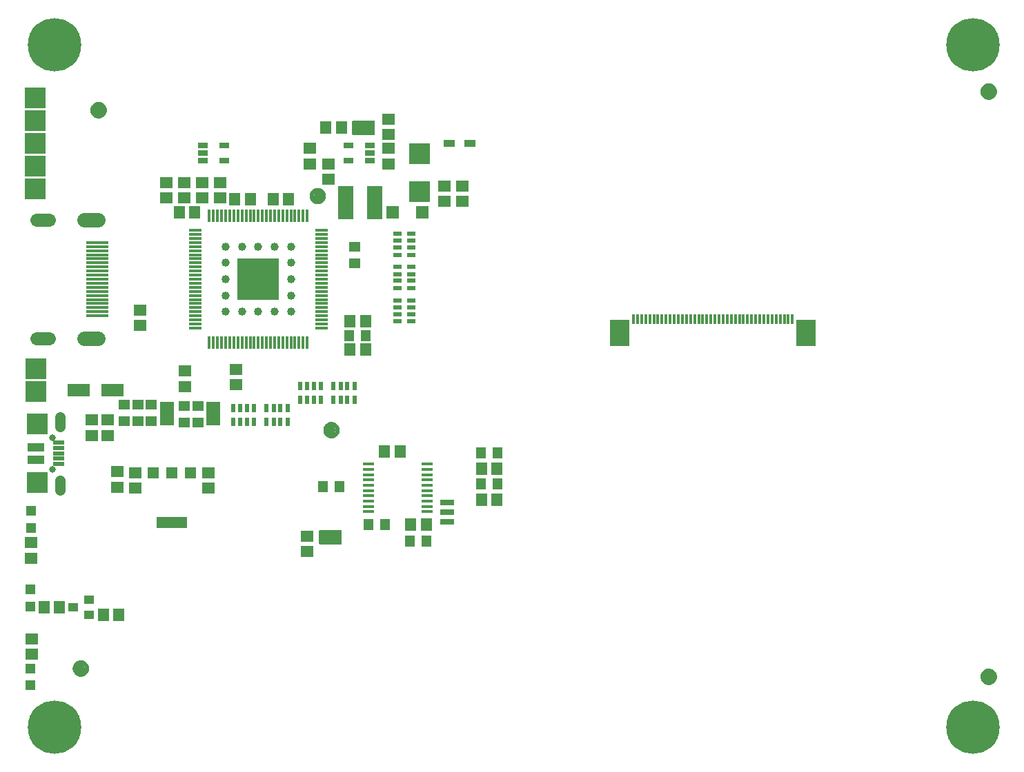
<source format=gbr>
G04 EAGLE Gerber RS-274X export*
G75*
%MOMM*%
%FSLAX34Y34*%
%LPD*%
%INSoldermask Top*%
%IPPOS*%
%AMOC8*
5,1,8,0,0,1.08239X$1,22.5*%
G01*
%ADD10C,1.751600*%
%ADD11C,1.601600*%
%ADD12R,2.701600X0.351600*%
%ADD13R,0.371600X1.601600*%
%ADD14R,1.601600X0.371600*%
%ADD15R,5.200000X5.200000*%
%ADD16C,1.009600*%
%ADD17R,1.601600X1.401600*%
%ADD18R,1.401600X1.301600*%
%ADD19R,1.301600X1.401600*%
%ADD20R,1.401600X1.601600*%
%ADD21R,1.651000X2.921000*%
%ADD22C,6.553200*%
%ADD23C,1.101600*%
%ADD24C,0.500000*%
%ADD25R,1.301600X0.651600*%
%ADD26R,1.401600X1.401600*%
%ADD27R,3.701600X1.401600*%
%ADD28C,0.801600*%
%ADD29R,2.601600X2.601600*%
%ADD30C,1.309600*%
%ADD31R,2.101600X1.101600*%
%ADD32R,1.450000X0.500000*%
%ADD33R,1.371600X0.406400*%
%ADD34R,1.801600X0.801600*%
%ADD35R,1.001600X0.551600*%
%ADD36R,0.551600X1.001600*%
%ADD37R,1.301600X1.301600*%
%ADD38R,1.901600X4.101600*%
%ADD39R,1.501600X1.501600*%
%ADD40R,2.641600X2.641600*%
%ADD41R,1.301600X1.101600*%
%ADD42R,0.300000X1.150000*%
%ADD43R,2.401600X3.201600*%
%ADD44R,2.501600X2.501600*%
%ADD45R,1.270000X1.701800*%
%ADD46R,0.736600X0.304800*%
%ADD47R,1.451600X0.901600*%
%ADD48R,2.701600X1.501600*%

G36*
X431918Y687086D02*
X431918Y687086D01*
X432037Y687093D01*
X432075Y687106D01*
X432116Y687111D01*
X432226Y687154D01*
X432339Y687191D01*
X432374Y687213D01*
X432411Y687228D01*
X432507Y687298D01*
X432608Y687361D01*
X432636Y687391D01*
X432669Y687414D01*
X432745Y687506D01*
X432826Y687593D01*
X432846Y687628D01*
X432871Y687659D01*
X432922Y687767D01*
X432980Y687871D01*
X432990Y687911D01*
X433007Y687947D01*
X433029Y688064D01*
X433059Y688179D01*
X433063Y688240D01*
X433067Y688260D01*
X433065Y688280D01*
X433069Y688340D01*
X433069Y703580D01*
X433054Y703698D01*
X433047Y703817D01*
X433034Y703855D01*
X433029Y703896D01*
X432986Y704006D01*
X432949Y704119D01*
X432927Y704154D01*
X432912Y704191D01*
X432843Y704287D01*
X432779Y704388D01*
X432749Y704416D01*
X432726Y704449D01*
X432634Y704525D01*
X432547Y704606D01*
X432512Y704626D01*
X432481Y704651D01*
X432373Y704702D01*
X432269Y704760D01*
X432229Y704770D01*
X432193Y704787D01*
X432076Y704809D01*
X431961Y704839D01*
X431901Y704843D01*
X431881Y704847D01*
X431860Y704845D01*
X431800Y704849D01*
X406400Y704849D01*
X406282Y704834D01*
X406163Y704827D01*
X406125Y704814D01*
X406084Y704809D01*
X405974Y704766D01*
X405861Y704729D01*
X405826Y704707D01*
X405789Y704692D01*
X405693Y704623D01*
X405592Y704559D01*
X405564Y704529D01*
X405531Y704506D01*
X405456Y704414D01*
X405374Y704327D01*
X405354Y704292D01*
X405329Y704261D01*
X405278Y704153D01*
X405220Y704049D01*
X405210Y704009D01*
X405193Y703973D01*
X405171Y703856D01*
X405141Y703741D01*
X405137Y703681D01*
X405133Y703661D01*
X405134Y703654D01*
X405133Y703652D01*
X405134Y703636D01*
X405131Y703580D01*
X405131Y688340D01*
X405146Y688222D01*
X405153Y688103D01*
X405166Y688065D01*
X405171Y688024D01*
X405214Y687914D01*
X405251Y687801D01*
X405273Y687766D01*
X405288Y687729D01*
X405358Y687633D01*
X405421Y687532D01*
X405451Y687504D01*
X405474Y687471D01*
X405566Y687396D01*
X405653Y687314D01*
X405688Y687294D01*
X405719Y687269D01*
X405827Y687218D01*
X405931Y687160D01*
X405971Y687150D01*
X406007Y687133D01*
X406124Y687111D01*
X406239Y687081D01*
X406300Y687077D01*
X406320Y687073D01*
X406340Y687075D01*
X406400Y687071D01*
X431800Y687071D01*
X431918Y687086D01*
G37*
G36*
X391278Y184166D02*
X391278Y184166D01*
X391397Y184173D01*
X391435Y184186D01*
X391476Y184191D01*
X391586Y184234D01*
X391699Y184271D01*
X391734Y184293D01*
X391771Y184308D01*
X391867Y184378D01*
X391968Y184441D01*
X391996Y184471D01*
X392029Y184494D01*
X392105Y184586D01*
X392186Y184673D01*
X392206Y184708D01*
X392231Y184739D01*
X392282Y184847D01*
X392340Y184951D01*
X392350Y184991D01*
X392367Y185027D01*
X392389Y185144D01*
X392419Y185259D01*
X392423Y185320D01*
X392427Y185340D01*
X392425Y185360D01*
X392429Y185420D01*
X392429Y200660D01*
X392414Y200778D01*
X392407Y200897D01*
X392394Y200935D01*
X392389Y200976D01*
X392346Y201086D01*
X392309Y201199D01*
X392287Y201234D01*
X392272Y201271D01*
X392203Y201367D01*
X392139Y201468D01*
X392109Y201496D01*
X392086Y201529D01*
X391994Y201605D01*
X391907Y201686D01*
X391872Y201706D01*
X391841Y201731D01*
X391733Y201782D01*
X391629Y201840D01*
X391589Y201850D01*
X391553Y201867D01*
X391436Y201889D01*
X391321Y201919D01*
X391261Y201923D01*
X391241Y201927D01*
X391220Y201925D01*
X391160Y201929D01*
X365760Y201929D01*
X365642Y201914D01*
X365523Y201907D01*
X365485Y201894D01*
X365444Y201889D01*
X365334Y201846D01*
X365221Y201809D01*
X365186Y201787D01*
X365149Y201772D01*
X365053Y201703D01*
X364952Y201639D01*
X364924Y201609D01*
X364891Y201586D01*
X364816Y201494D01*
X364734Y201407D01*
X364714Y201372D01*
X364689Y201341D01*
X364638Y201233D01*
X364580Y201129D01*
X364570Y201089D01*
X364553Y201053D01*
X364531Y200936D01*
X364501Y200821D01*
X364497Y200761D01*
X364493Y200741D01*
X364494Y200734D01*
X364493Y200732D01*
X364494Y200716D01*
X364491Y200660D01*
X364491Y185420D01*
X364506Y185302D01*
X364513Y185183D01*
X364526Y185145D01*
X364531Y185104D01*
X364574Y184994D01*
X364611Y184881D01*
X364633Y184846D01*
X364648Y184809D01*
X364718Y184713D01*
X364781Y184612D01*
X364811Y184584D01*
X364834Y184551D01*
X364926Y184476D01*
X365013Y184394D01*
X365048Y184374D01*
X365079Y184349D01*
X365187Y184298D01*
X365291Y184240D01*
X365331Y184230D01*
X365367Y184213D01*
X365484Y184191D01*
X365599Y184161D01*
X365660Y184157D01*
X365680Y184153D01*
X365700Y184155D01*
X365760Y184151D01*
X391160Y184151D01*
X391278Y184166D01*
G37*
D10*
X76650Y582500D02*
X93150Y582500D01*
X93150Y437500D02*
X76650Y437500D01*
D11*
X32800Y437500D02*
X17800Y437500D01*
X17800Y582500D02*
X32800Y582500D01*
D12*
X92500Y465000D03*
X92500Y470000D03*
X92500Y475000D03*
X92500Y480000D03*
X92500Y485000D03*
X92500Y490000D03*
X92500Y495000D03*
X92500Y500000D03*
X92500Y505000D03*
X92500Y510000D03*
X92500Y515000D03*
X92500Y520000D03*
X92500Y525000D03*
X92500Y530000D03*
X92500Y535000D03*
X92500Y540000D03*
X92500Y545000D03*
X92500Y550000D03*
X92500Y555000D03*
D13*
X230000Y587500D03*
X235000Y587500D03*
X240000Y587500D03*
X245000Y587500D03*
X250000Y587500D03*
X255000Y587500D03*
X260000Y587500D03*
X265000Y587500D03*
X270000Y587500D03*
X275000Y587500D03*
X280000Y587500D03*
X285000Y587500D03*
X290000Y587500D03*
X295000Y587500D03*
X300000Y587500D03*
X305000Y587500D03*
X310000Y587500D03*
X315000Y587500D03*
X320000Y587500D03*
X325000Y587500D03*
X330000Y587500D03*
X335000Y587500D03*
X340000Y587500D03*
X345000Y587500D03*
X350000Y587500D03*
X230000Y432500D03*
X235000Y432500D03*
X240000Y432500D03*
X245000Y432500D03*
X250000Y432500D03*
X255000Y432500D03*
X260000Y432500D03*
X265000Y432500D03*
X270000Y432500D03*
X275000Y432500D03*
X280000Y432500D03*
X285000Y432500D03*
X290000Y432500D03*
X295000Y432500D03*
X300000Y432500D03*
X305000Y432500D03*
X310000Y432500D03*
X315000Y432500D03*
X320000Y432500D03*
X325000Y432500D03*
X330000Y432500D03*
X335000Y432500D03*
X340000Y432500D03*
X345000Y432500D03*
X350000Y432500D03*
D14*
X367500Y450000D03*
X367500Y455000D03*
X367500Y460000D03*
X367500Y465000D03*
X367500Y470000D03*
X367500Y475000D03*
X367500Y480000D03*
X367500Y485000D03*
X367500Y490000D03*
X367500Y495000D03*
X367500Y500000D03*
X367500Y505000D03*
X367500Y510000D03*
X367500Y515000D03*
X367500Y520000D03*
X367500Y525000D03*
X367500Y530000D03*
X367500Y535000D03*
X367500Y540000D03*
X367500Y545000D03*
X367500Y550000D03*
X367500Y555000D03*
X367500Y560000D03*
X367500Y565000D03*
X367500Y570000D03*
X212500Y570000D03*
X212500Y565000D03*
X212500Y560000D03*
X212500Y555000D03*
X212500Y550000D03*
X212500Y545000D03*
X212500Y540000D03*
X212500Y535000D03*
X212500Y530000D03*
X212500Y525000D03*
X212500Y520000D03*
X212500Y515000D03*
X212500Y510000D03*
X212500Y505000D03*
X212500Y500000D03*
X212500Y495000D03*
X212500Y490000D03*
X212500Y485000D03*
X212500Y480000D03*
X212500Y475000D03*
X212500Y470000D03*
X212500Y465000D03*
X212500Y460000D03*
X212500Y455000D03*
X212500Y450000D03*
D15*
X290000Y510000D03*
D16*
X250000Y550000D03*
X270000Y550000D03*
X290000Y550000D03*
X310000Y550000D03*
X330000Y550000D03*
X330000Y530000D03*
X330000Y510000D03*
X330000Y490000D03*
X330000Y470000D03*
X310000Y470000D03*
X290000Y470000D03*
X270000Y470000D03*
X250000Y470000D03*
X250000Y490000D03*
X250000Y510000D03*
X250000Y530000D03*
D17*
X177000Y628500D03*
X177000Y609500D03*
D18*
X158820Y335340D03*
X158820Y355660D03*
D19*
X422160Y440730D03*
X401840Y440730D03*
D18*
X125360Y335340D03*
X125360Y355660D03*
X142090Y335340D03*
X142090Y355660D03*
D17*
X263000Y399500D03*
X263000Y380500D03*
D20*
X280000Y608000D03*
X261000Y608000D03*
X402500Y458730D03*
X421500Y458730D03*
D18*
X408000Y529840D03*
X408000Y550160D03*
D20*
X327000Y608000D03*
X308000Y608000D03*
X193000Y592500D03*
X212000Y592500D03*
D17*
X105090Y337220D03*
X105090Y318220D03*
X200000Y397000D03*
X200000Y378000D03*
D21*
X178380Y344650D03*
D18*
X199150Y354270D03*
X199150Y333950D03*
D21*
X235010Y344960D03*
D18*
X216190Y334070D03*
X216190Y354390D03*
D22*
X40000Y798000D03*
X1167000Y798000D03*
X1167000Y-40000D03*
X40000Y-40000D03*
D23*
X363000Y612000D03*
D24*
X363000Y619500D02*
X362819Y619498D01*
X362638Y619491D01*
X362457Y619480D01*
X362276Y619465D01*
X362096Y619445D01*
X361916Y619421D01*
X361737Y619393D01*
X361559Y619360D01*
X361382Y619323D01*
X361205Y619282D01*
X361030Y619237D01*
X360855Y619187D01*
X360682Y619133D01*
X360511Y619075D01*
X360340Y619013D01*
X360172Y618946D01*
X360005Y618876D01*
X359839Y618802D01*
X359676Y618723D01*
X359515Y618641D01*
X359355Y618555D01*
X359198Y618465D01*
X359043Y618371D01*
X358890Y618274D01*
X358740Y618172D01*
X358592Y618068D01*
X358446Y617959D01*
X358304Y617848D01*
X358164Y617732D01*
X358027Y617614D01*
X357892Y617492D01*
X357761Y617367D01*
X357633Y617239D01*
X357508Y617108D01*
X357386Y616973D01*
X357268Y616836D01*
X357152Y616696D01*
X357041Y616554D01*
X356932Y616408D01*
X356828Y616260D01*
X356726Y616110D01*
X356629Y615957D01*
X356535Y615802D01*
X356445Y615645D01*
X356359Y615485D01*
X356277Y615324D01*
X356198Y615161D01*
X356124Y614995D01*
X356054Y614828D01*
X355987Y614660D01*
X355925Y614489D01*
X355867Y614318D01*
X355813Y614145D01*
X355763Y613970D01*
X355718Y613795D01*
X355677Y613618D01*
X355640Y613441D01*
X355607Y613263D01*
X355579Y613084D01*
X355555Y612904D01*
X355535Y612724D01*
X355520Y612543D01*
X355509Y612362D01*
X355502Y612181D01*
X355500Y612000D01*
X363000Y619500D02*
X363181Y619498D01*
X363362Y619491D01*
X363543Y619480D01*
X363724Y619465D01*
X363904Y619445D01*
X364084Y619421D01*
X364263Y619393D01*
X364441Y619360D01*
X364618Y619323D01*
X364795Y619282D01*
X364970Y619237D01*
X365145Y619187D01*
X365318Y619133D01*
X365489Y619075D01*
X365660Y619013D01*
X365828Y618946D01*
X365995Y618876D01*
X366161Y618802D01*
X366324Y618723D01*
X366485Y618641D01*
X366645Y618555D01*
X366802Y618465D01*
X366957Y618371D01*
X367110Y618274D01*
X367260Y618172D01*
X367408Y618068D01*
X367554Y617959D01*
X367696Y617848D01*
X367836Y617732D01*
X367973Y617614D01*
X368108Y617492D01*
X368239Y617367D01*
X368367Y617239D01*
X368492Y617108D01*
X368614Y616973D01*
X368732Y616836D01*
X368848Y616696D01*
X368959Y616554D01*
X369068Y616408D01*
X369172Y616260D01*
X369274Y616110D01*
X369371Y615957D01*
X369465Y615802D01*
X369555Y615645D01*
X369641Y615485D01*
X369723Y615324D01*
X369802Y615161D01*
X369876Y614995D01*
X369946Y614828D01*
X370013Y614660D01*
X370075Y614489D01*
X370133Y614318D01*
X370187Y614145D01*
X370237Y613970D01*
X370282Y613795D01*
X370323Y613618D01*
X370360Y613441D01*
X370393Y613263D01*
X370421Y613084D01*
X370445Y612904D01*
X370465Y612724D01*
X370480Y612543D01*
X370491Y612362D01*
X370498Y612181D01*
X370500Y612000D01*
X370498Y611819D01*
X370491Y611638D01*
X370480Y611457D01*
X370465Y611276D01*
X370445Y611096D01*
X370421Y610916D01*
X370393Y610737D01*
X370360Y610559D01*
X370323Y610382D01*
X370282Y610205D01*
X370237Y610030D01*
X370187Y609855D01*
X370133Y609682D01*
X370075Y609511D01*
X370013Y609340D01*
X369946Y609172D01*
X369876Y609005D01*
X369802Y608839D01*
X369723Y608676D01*
X369641Y608515D01*
X369555Y608355D01*
X369465Y608198D01*
X369371Y608043D01*
X369274Y607890D01*
X369172Y607740D01*
X369068Y607592D01*
X368959Y607446D01*
X368848Y607304D01*
X368732Y607164D01*
X368614Y607027D01*
X368492Y606892D01*
X368367Y606761D01*
X368239Y606633D01*
X368108Y606508D01*
X367973Y606386D01*
X367836Y606268D01*
X367696Y606152D01*
X367554Y606041D01*
X367408Y605932D01*
X367260Y605828D01*
X367110Y605726D01*
X366957Y605629D01*
X366802Y605535D01*
X366645Y605445D01*
X366485Y605359D01*
X366324Y605277D01*
X366161Y605198D01*
X365995Y605124D01*
X365828Y605054D01*
X365660Y604987D01*
X365489Y604925D01*
X365318Y604867D01*
X365145Y604813D01*
X364970Y604763D01*
X364795Y604718D01*
X364618Y604677D01*
X364441Y604640D01*
X364263Y604607D01*
X364084Y604579D01*
X363904Y604555D01*
X363724Y604535D01*
X363543Y604520D01*
X363362Y604509D01*
X363181Y604502D01*
X363000Y604500D01*
X362819Y604502D01*
X362638Y604509D01*
X362457Y604520D01*
X362276Y604535D01*
X362096Y604555D01*
X361916Y604579D01*
X361737Y604607D01*
X361559Y604640D01*
X361382Y604677D01*
X361205Y604718D01*
X361030Y604763D01*
X360855Y604813D01*
X360682Y604867D01*
X360511Y604925D01*
X360340Y604987D01*
X360172Y605054D01*
X360005Y605124D01*
X359839Y605198D01*
X359676Y605277D01*
X359515Y605359D01*
X359355Y605445D01*
X359198Y605535D01*
X359043Y605629D01*
X358890Y605726D01*
X358740Y605828D01*
X358592Y605932D01*
X358446Y606041D01*
X358304Y606152D01*
X358164Y606268D01*
X358027Y606386D01*
X357892Y606508D01*
X357761Y606633D01*
X357633Y606761D01*
X357508Y606892D01*
X357386Y607027D01*
X357268Y607164D01*
X357152Y607304D01*
X357041Y607446D01*
X356932Y607592D01*
X356828Y607740D01*
X356726Y607890D01*
X356629Y608043D01*
X356535Y608198D01*
X356445Y608355D01*
X356359Y608515D01*
X356277Y608676D01*
X356198Y608839D01*
X356124Y609005D01*
X356054Y609172D01*
X355987Y609340D01*
X355925Y609511D01*
X355867Y609682D01*
X355813Y609855D01*
X355763Y610030D01*
X355718Y610205D01*
X355677Y610382D01*
X355640Y610559D01*
X355607Y610737D01*
X355579Y610916D01*
X355555Y611096D01*
X355535Y611276D01*
X355520Y611457D01*
X355509Y611638D01*
X355502Y611819D01*
X355500Y612000D01*
D23*
X379800Y324500D03*
D24*
X379800Y332000D02*
X379619Y331998D01*
X379438Y331991D01*
X379257Y331980D01*
X379076Y331965D01*
X378896Y331945D01*
X378716Y331921D01*
X378537Y331893D01*
X378359Y331860D01*
X378182Y331823D01*
X378005Y331782D01*
X377830Y331737D01*
X377655Y331687D01*
X377482Y331633D01*
X377311Y331575D01*
X377140Y331513D01*
X376972Y331446D01*
X376805Y331376D01*
X376639Y331302D01*
X376476Y331223D01*
X376315Y331141D01*
X376155Y331055D01*
X375998Y330965D01*
X375843Y330871D01*
X375690Y330774D01*
X375540Y330672D01*
X375392Y330568D01*
X375246Y330459D01*
X375104Y330348D01*
X374964Y330232D01*
X374827Y330114D01*
X374692Y329992D01*
X374561Y329867D01*
X374433Y329739D01*
X374308Y329608D01*
X374186Y329473D01*
X374068Y329336D01*
X373952Y329196D01*
X373841Y329054D01*
X373732Y328908D01*
X373628Y328760D01*
X373526Y328610D01*
X373429Y328457D01*
X373335Y328302D01*
X373245Y328145D01*
X373159Y327985D01*
X373077Y327824D01*
X372998Y327661D01*
X372924Y327495D01*
X372854Y327328D01*
X372787Y327160D01*
X372725Y326989D01*
X372667Y326818D01*
X372613Y326645D01*
X372563Y326470D01*
X372518Y326295D01*
X372477Y326118D01*
X372440Y325941D01*
X372407Y325763D01*
X372379Y325584D01*
X372355Y325404D01*
X372335Y325224D01*
X372320Y325043D01*
X372309Y324862D01*
X372302Y324681D01*
X372300Y324500D01*
X379800Y332000D02*
X379981Y331998D01*
X380162Y331991D01*
X380343Y331980D01*
X380524Y331965D01*
X380704Y331945D01*
X380884Y331921D01*
X381063Y331893D01*
X381241Y331860D01*
X381418Y331823D01*
X381595Y331782D01*
X381770Y331737D01*
X381945Y331687D01*
X382118Y331633D01*
X382289Y331575D01*
X382460Y331513D01*
X382628Y331446D01*
X382795Y331376D01*
X382961Y331302D01*
X383124Y331223D01*
X383285Y331141D01*
X383445Y331055D01*
X383602Y330965D01*
X383757Y330871D01*
X383910Y330774D01*
X384060Y330672D01*
X384208Y330568D01*
X384354Y330459D01*
X384496Y330348D01*
X384636Y330232D01*
X384773Y330114D01*
X384908Y329992D01*
X385039Y329867D01*
X385167Y329739D01*
X385292Y329608D01*
X385414Y329473D01*
X385532Y329336D01*
X385648Y329196D01*
X385759Y329054D01*
X385868Y328908D01*
X385972Y328760D01*
X386074Y328610D01*
X386171Y328457D01*
X386265Y328302D01*
X386355Y328145D01*
X386441Y327985D01*
X386523Y327824D01*
X386602Y327661D01*
X386676Y327495D01*
X386746Y327328D01*
X386813Y327160D01*
X386875Y326989D01*
X386933Y326818D01*
X386987Y326645D01*
X387037Y326470D01*
X387082Y326295D01*
X387123Y326118D01*
X387160Y325941D01*
X387193Y325763D01*
X387221Y325584D01*
X387245Y325404D01*
X387265Y325224D01*
X387280Y325043D01*
X387291Y324862D01*
X387298Y324681D01*
X387300Y324500D01*
X387298Y324319D01*
X387291Y324138D01*
X387280Y323957D01*
X387265Y323776D01*
X387245Y323596D01*
X387221Y323416D01*
X387193Y323237D01*
X387160Y323059D01*
X387123Y322882D01*
X387082Y322705D01*
X387037Y322530D01*
X386987Y322355D01*
X386933Y322182D01*
X386875Y322011D01*
X386813Y321840D01*
X386746Y321672D01*
X386676Y321505D01*
X386602Y321339D01*
X386523Y321176D01*
X386441Y321015D01*
X386355Y320855D01*
X386265Y320698D01*
X386171Y320543D01*
X386074Y320390D01*
X385972Y320240D01*
X385868Y320092D01*
X385759Y319946D01*
X385648Y319804D01*
X385532Y319664D01*
X385414Y319527D01*
X385292Y319392D01*
X385167Y319261D01*
X385039Y319133D01*
X384908Y319008D01*
X384773Y318886D01*
X384636Y318768D01*
X384496Y318652D01*
X384354Y318541D01*
X384208Y318432D01*
X384060Y318328D01*
X383910Y318226D01*
X383757Y318129D01*
X383602Y318035D01*
X383445Y317945D01*
X383285Y317859D01*
X383124Y317777D01*
X382961Y317698D01*
X382795Y317624D01*
X382628Y317554D01*
X382460Y317487D01*
X382289Y317425D01*
X382118Y317367D01*
X381945Y317313D01*
X381770Y317263D01*
X381595Y317218D01*
X381418Y317177D01*
X381241Y317140D01*
X381063Y317107D01*
X380884Y317079D01*
X380704Y317055D01*
X380524Y317035D01*
X380343Y317020D01*
X380162Y317009D01*
X379981Y317002D01*
X379800Y317000D01*
X379619Y317002D01*
X379438Y317009D01*
X379257Y317020D01*
X379076Y317035D01*
X378896Y317055D01*
X378716Y317079D01*
X378537Y317107D01*
X378359Y317140D01*
X378182Y317177D01*
X378005Y317218D01*
X377830Y317263D01*
X377655Y317313D01*
X377482Y317367D01*
X377311Y317425D01*
X377140Y317487D01*
X376972Y317554D01*
X376805Y317624D01*
X376639Y317698D01*
X376476Y317777D01*
X376315Y317859D01*
X376155Y317945D01*
X375998Y318035D01*
X375843Y318129D01*
X375690Y318226D01*
X375540Y318328D01*
X375392Y318432D01*
X375246Y318541D01*
X375104Y318652D01*
X374964Y318768D01*
X374827Y318886D01*
X374692Y319008D01*
X374561Y319133D01*
X374433Y319261D01*
X374308Y319392D01*
X374186Y319527D01*
X374068Y319664D01*
X373952Y319804D01*
X373841Y319946D01*
X373732Y320092D01*
X373628Y320240D01*
X373526Y320390D01*
X373429Y320543D01*
X373335Y320698D01*
X373245Y320855D01*
X373159Y321015D01*
X373077Y321176D01*
X372998Y321339D01*
X372924Y321505D01*
X372854Y321672D01*
X372787Y321840D01*
X372725Y322011D01*
X372667Y322182D01*
X372613Y322355D01*
X372563Y322530D01*
X372518Y322705D01*
X372477Y322882D01*
X372440Y323059D01*
X372407Y323237D01*
X372379Y323416D01*
X372355Y323596D01*
X372335Y323776D01*
X372320Y323957D01*
X372309Y324138D01*
X372302Y324319D01*
X372300Y324500D01*
D23*
X1186300Y21540D03*
D24*
X1186300Y29040D02*
X1186119Y29038D01*
X1185938Y29031D01*
X1185757Y29020D01*
X1185576Y29005D01*
X1185396Y28985D01*
X1185216Y28961D01*
X1185037Y28933D01*
X1184859Y28900D01*
X1184682Y28863D01*
X1184505Y28822D01*
X1184330Y28777D01*
X1184155Y28727D01*
X1183982Y28673D01*
X1183811Y28615D01*
X1183640Y28553D01*
X1183472Y28486D01*
X1183305Y28416D01*
X1183139Y28342D01*
X1182976Y28263D01*
X1182815Y28181D01*
X1182655Y28095D01*
X1182498Y28005D01*
X1182343Y27911D01*
X1182190Y27814D01*
X1182040Y27712D01*
X1181892Y27608D01*
X1181746Y27499D01*
X1181604Y27388D01*
X1181464Y27272D01*
X1181327Y27154D01*
X1181192Y27032D01*
X1181061Y26907D01*
X1180933Y26779D01*
X1180808Y26648D01*
X1180686Y26513D01*
X1180568Y26376D01*
X1180452Y26236D01*
X1180341Y26094D01*
X1180232Y25948D01*
X1180128Y25800D01*
X1180026Y25650D01*
X1179929Y25497D01*
X1179835Y25342D01*
X1179745Y25185D01*
X1179659Y25025D01*
X1179577Y24864D01*
X1179498Y24701D01*
X1179424Y24535D01*
X1179354Y24368D01*
X1179287Y24200D01*
X1179225Y24029D01*
X1179167Y23858D01*
X1179113Y23685D01*
X1179063Y23510D01*
X1179018Y23335D01*
X1178977Y23158D01*
X1178940Y22981D01*
X1178907Y22803D01*
X1178879Y22624D01*
X1178855Y22444D01*
X1178835Y22264D01*
X1178820Y22083D01*
X1178809Y21902D01*
X1178802Y21721D01*
X1178800Y21540D01*
X1186300Y29040D02*
X1186481Y29038D01*
X1186662Y29031D01*
X1186843Y29020D01*
X1187024Y29005D01*
X1187204Y28985D01*
X1187384Y28961D01*
X1187563Y28933D01*
X1187741Y28900D01*
X1187918Y28863D01*
X1188095Y28822D01*
X1188270Y28777D01*
X1188445Y28727D01*
X1188618Y28673D01*
X1188789Y28615D01*
X1188960Y28553D01*
X1189128Y28486D01*
X1189295Y28416D01*
X1189461Y28342D01*
X1189624Y28263D01*
X1189785Y28181D01*
X1189945Y28095D01*
X1190102Y28005D01*
X1190257Y27911D01*
X1190410Y27814D01*
X1190560Y27712D01*
X1190708Y27608D01*
X1190854Y27499D01*
X1190996Y27388D01*
X1191136Y27272D01*
X1191273Y27154D01*
X1191408Y27032D01*
X1191539Y26907D01*
X1191667Y26779D01*
X1191792Y26648D01*
X1191914Y26513D01*
X1192032Y26376D01*
X1192148Y26236D01*
X1192259Y26094D01*
X1192368Y25948D01*
X1192472Y25800D01*
X1192574Y25650D01*
X1192671Y25497D01*
X1192765Y25342D01*
X1192855Y25185D01*
X1192941Y25025D01*
X1193023Y24864D01*
X1193102Y24701D01*
X1193176Y24535D01*
X1193246Y24368D01*
X1193313Y24200D01*
X1193375Y24029D01*
X1193433Y23858D01*
X1193487Y23685D01*
X1193537Y23510D01*
X1193582Y23335D01*
X1193623Y23158D01*
X1193660Y22981D01*
X1193693Y22803D01*
X1193721Y22624D01*
X1193745Y22444D01*
X1193765Y22264D01*
X1193780Y22083D01*
X1193791Y21902D01*
X1193798Y21721D01*
X1193800Y21540D01*
X1193798Y21359D01*
X1193791Y21178D01*
X1193780Y20997D01*
X1193765Y20816D01*
X1193745Y20636D01*
X1193721Y20456D01*
X1193693Y20277D01*
X1193660Y20099D01*
X1193623Y19922D01*
X1193582Y19745D01*
X1193537Y19570D01*
X1193487Y19395D01*
X1193433Y19222D01*
X1193375Y19051D01*
X1193313Y18880D01*
X1193246Y18712D01*
X1193176Y18545D01*
X1193102Y18379D01*
X1193023Y18216D01*
X1192941Y18055D01*
X1192855Y17895D01*
X1192765Y17738D01*
X1192671Y17583D01*
X1192574Y17430D01*
X1192472Y17280D01*
X1192368Y17132D01*
X1192259Y16986D01*
X1192148Y16844D01*
X1192032Y16704D01*
X1191914Y16567D01*
X1191792Y16432D01*
X1191667Y16301D01*
X1191539Y16173D01*
X1191408Y16048D01*
X1191273Y15926D01*
X1191136Y15808D01*
X1190996Y15692D01*
X1190854Y15581D01*
X1190708Y15472D01*
X1190560Y15368D01*
X1190410Y15266D01*
X1190257Y15169D01*
X1190102Y15075D01*
X1189945Y14985D01*
X1189785Y14899D01*
X1189624Y14817D01*
X1189461Y14738D01*
X1189295Y14664D01*
X1189128Y14594D01*
X1188960Y14527D01*
X1188789Y14465D01*
X1188618Y14407D01*
X1188445Y14353D01*
X1188270Y14303D01*
X1188095Y14258D01*
X1187918Y14217D01*
X1187741Y14180D01*
X1187563Y14147D01*
X1187384Y14119D01*
X1187204Y14095D01*
X1187024Y14075D01*
X1186843Y14060D01*
X1186662Y14049D01*
X1186481Y14042D01*
X1186300Y14040D01*
X1186119Y14042D01*
X1185938Y14049D01*
X1185757Y14060D01*
X1185576Y14075D01*
X1185396Y14095D01*
X1185216Y14119D01*
X1185037Y14147D01*
X1184859Y14180D01*
X1184682Y14217D01*
X1184505Y14258D01*
X1184330Y14303D01*
X1184155Y14353D01*
X1183982Y14407D01*
X1183811Y14465D01*
X1183640Y14527D01*
X1183472Y14594D01*
X1183305Y14664D01*
X1183139Y14738D01*
X1182976Y14817D01*
X1182815Y14899D01*
X1182655Y14985D01*
X1182498Y15075D01*
X1182343Y15169D01*
X1182190Y15266D01*
X1182040Y15368D01*
X1181892Y15472D01*
X1181746Y15581D01*
X1181604Y15692D01*
X1181464Y15808D01*
X1181327Y15926D01*
X1181192Y16048D01*
X1181061Y16173D01*
X1180933Y16301D01*
X1180808Y16432D01*
X1180686Y16567D01*
X1180568Y16704D01*
X1180452Y16844D01*
X1180341Y16986D01*
X1180232Y17132D01*
X1180128Y17280D01*
X1180026Y17430D01*
X1179929Y17583D01*
X1179835Y17738D01*
X1179745Y17895D01*
X1179659Y18055D01*
X1179577Y18216D01*
X1179498Y18379D01*
X1179424Y18545D01*
X1179354Y18712D01*
X1179287Y18880D01*
X1179225Y19051D01*
X1179167Y19222D01*
X1179113Y19395D01*
X1179063Y19570D01*
X1179018Y19745D01*
X1178977Y19922D01*
X1178940Y20099D01*
X1178907Y20277D01*
X1178879Y20456D01*
X1178855Y20636D01*
X1178835Y20816D01*
X1178820Y20997D01*
X1178809Y21178D01*
X1178802Y21359D01*
X1178800Y21540D01*
D17*
X145000Y472000D03*
X145000Y453000D03*
D25*
X221999Y674500D03*
X221999Y665000D03*
X221999Y655500D03*
X248001Y655500D03*
X248001Y674500D03*
D17*
X199000Y628500D03*
X199000Y609500D03*
X221000Y628500D03*
X221000Y609500D03*
D26*
X207000Y272500D03*
X184000Y272500D03*
X161000Y272500D03*
D27*
X184000Y211500D03*
D28*
X37500Y315500D03*
X37500Y276500D03*
D29*
X18500Y260000D03*
X18500Y332000D03*
D30*
X46500Y329000D02*
X46500Y341080D01*
X46500Y263000D02*
X46500Y250920D01*
D31*
X17500Y303500D03*
X17500Y288500D03*
D32*
X45250Y309000D03*
X45250Y302500D03*
X45250Y296000D03*
X45250Y289500D03*
X45250Y283000D03*
D17*
X86090Y337220D03*
X86090Y318220D03*
X139000Y253500D03*
X139000Y272500D03*
X229000Y253500D03*
X229000Y272500D03*
D20*
X421500Y424000D03*
X402500Y424000D03*
D33*
X497188Y224410D03*
X497188Y230910D03*
X497188Y237410D03*
X497188Y243910D03*
X497188Y250410D03*
X497188Y256910D03*
X497188Y263410D03*
X497188Y269910D03*
X497188Y276410D03*
X497188Y282910D03*
X424832Y282910D03*
X424832Y276410D03*
X424832Y269910D03*
X424832Y263410D03*
X424832Y256910D03*
X424832Y250410D03*
X424832Y243910D03*
X424832Y237410D03*
X424832Y230910D03*
X424832Y224410D03*
D34*
X521860Y212080D03*
X521860Y224080D03*
X521860Y236080D03*
D20*
X476910Y208210D03*
X495910Y208210D03*
D19*
X425450Y208210D03*
X445770Y208210D03*
D35*
X478000Y484000D03*
X461000Y484000D03*
X478000Y475000D03*
X478000Y467000D03*
X478000Y458000D03*
X461000Y458000D03*
X461000Y475000D03*
X461000Y467000D03*
X478000Y525000D03*
X461000Y525000D03*
X478000Y516000D03*
X478000Y508000D03*
X478000Y499000D03*
X461000Y499000D03*
X461000Y516000D03*
X461000Y508000D03*
D36*
X367000Y362000D03*
X367000Y379000D03*
X358000Y362000D03*
X350000Y362000D03*
X341000Y362000D03*
X341000Y379000D03*
X358000Y379000D03*
X350000Y379000D03*
X408000Y362000D03*
X408000Y379000D03*
X399000Y362000D03*
X391000Y362000D03*
X382000Y362000D03*
X382000Y379000D03*
X399000Y379000D03*
X391000Y379000D03*
X285000Y334500D03*
X285000Y351500D03*
X276000Y334500D03*
X268000Y334500D03*
X259000Y334500D03*
X259000Y351500D03*
X276000Y351500D03*
X268000Y351500D03*
X326000Y334500D03*
X326000Y351500D03*
X317000Y334500D03*
X309000Y334500D03*
X300000Y334500D03*
X300000Y351500D03*
X317000Y351500D03*
X309000Y351500D03*
D35*
X478000Y566000D03*
X461000Y566000D03*
X478000Y557000D03*
X478000Y549000D03*
X478000Y540000D03*
X461000Y540000D03*
X461000Y557000D03*
X461000Y549000D03*
D20*
X463910Y298110D03*
X444910Y298110D03*
D17*
X12230Y49320D03*
X12230Y68320D03*
D37*
X10000Y31950D03*
X10000Y10950D03*
D25*
X427001Y655500D03*
X427001Y665000D03*
X427001Y674500D03*
X400999Y674500D03*
X400999Y655500D03*
D38*
X397000Y604000D03*
X433000Y604000D03*
D39*
X491500Y592000D03*
X454500Y592000D03*
D17*
X376500Y651500D03*
X376500Y632500D03*
X540000Y605500D03*
X540000Y624500D03*
X518000Y605500D03*
X518000Y624500D03*
X450000Y670500D03*
X450000Y651500D03*
X449540Y687780D03*
X449540Y706780D03*
D40*
X488000Y617505D03*
X488000Y664495D03*
D17*
X353000Y651500D03*
X353000Y670500D03*
X243000Y628500D03*
X243000Y609500D03*
D37*
X11000Y204500D03*
X11000Y225500D03*
D17*
X11000Y186500D03*
X11000Y167500D03*
D37*
X10000Y107725D03*
X10000Y128725D03*
D20*
X27275Y106980D03*
X46275Y106980D03*
D41*
X62680Y106980D03*
X82680Y116480D03*
X82680Y97480D03*
D20*
X119070Y97710D03*
X100070Y97710D03*
D19*
X562990Y296400D03*
X583310Y296400D03*
X562990Y258300D03*
X583310Y258300D03*
D20*
X582650Y277350D03*
X563650Y277350D03*
X563650Y239250D03*
X582650Y239250D03*
D19*
X496570Y188430D03*
X476250Y188430D03*
X369570Y254930D03*
X389890Y254930D03*
D17*
X349830Y194230D03*
X349830Y175230D03*
D42*
X945318Y461010D03*
X940318Y461010D03*
X935318Y461010D03*
X930318Y461010D03*
X925318Y461010D03*
X920318Y461010D03*
X915318Y461010D03*
X910318Y461010D03*
X905318Y461010D03*
X900318Y461010D03*
X895318Y461010D03*
X890318Y461010D03*
X885318Y461010D03*
X880318Y461010D03*
X875318Y461010D03*
X870318Y461010D03*
X865318Y461010D03*
X860318Y461010D03*
X855318Y461010D03*
X850318Y461010D03*
X845318Y461010D03*
X840318Y461010D03*
X835318Y461010D03*
X830318Y461010D03*
X825318Y461010D03*
X820318Y461010D03*
X815318Y461010D03*
X810318Y461010D03*
X805318Y461010D03*
X800318Y461010D03*
X795318Y461010D03*
X790318Y461010D03*
X785318Y461010D03*
X780318Y461010D03*
X775318Y461010D03*
X770318Y461010D03*
X765318Y461010D03*
X760318Y461010D03*
X755318Y461010D03*
X750318Y461010D03*
D43*
X733700Y444000D03*
X961700Y444000D03*
D44*
X16000Y733000D03*
X16000Y649000D03*
X16000Y621000D03*
X16000Y677000D03*
X16000Y705000D03*
X17000Y372000D03*
X17000Y400000D03*
D23*
X93980Y717550D03*
D24*
X93980Y725050D02*
X93799Y725048D01*
X93618Y725041D01*
X93437Y725030D01*
X93256Y725015D01*
X93076Y724995D01*
X92896Y724971D01*
X92717Y724943D01*
X92539Y724910D01*
X92362Y724873D01*
X92185Y724832D01*
X92010Y724787D01*
X91835Y724737D01*
X91662Y724683D01*
X91491Y724625D01*
X91320Y724563D01*
X91152Y724496D01*
X90985Y724426D01*
X90819Y724352D01*
X90656Y724273D01*
X90495Y724191D01*
X90335Y724105D01*
X90178Y724015D01*
X90023Y723921D01*
X89870Y723824D01*
X89720Y723722D01*
X89572Y723618D01*
X89426Y723509D01*
X89284Y723398D01*
X89144Y723282D01*
X89007Y723164D01*
X88872Y723042D01*
X88741Y722917D01*
X88613Y722789D01*
X88488Y722658D01*
X88366Y722523D01*
X88248Y722386D01*
X88132Y722246D01*
X88021Y722104D01*
X87912Y721958D01*
X87808Y721810D01*
X87706Y721660D01*
X87609Y721507D01*
X87515Y721352D01*
X87425Y721195D01*
X87339Y721035D01*
X87257Y720874D01*
X87178Y720711D01*
X87104Y720545D01*
X87034Y720378D01*
X86967Y720210D01*
X86905Y720039D01*
X86847Y719868D01*
X86793Y719695D01*
X86743Y719520D01*
X86698Y719345D01*
X86657Y719168D01*
X86620Y718991D01*
X86587Y718813D01*
X86559Y718634D01*
X86535Y718454D01*
X86515Y718274D01*
X86500Y718093D01*
X86489Y717912D01*
X86482Y717731D01*
X86480Y717550D01*
X93980Y725050D02*
X94161Y725048D01*
X94342Y725041D01*
X94523Y725030D01*
X94704Y725015D01*
X94884Y724995D01*
X95064Y724971D01*
X95243Y724943D01*
X95421Y724910D01*
X95598Y724873D01*
X95775Y724832D01*
X95950Y724787D01*
X96125Y724737D01*
X96298Y724683D01*
X96469Y724625D01*
X96640Y724563D01*
X96808Y724496D01*
X96975Y724426D01*
X97141Y724352D01*
X97304Y724273D01*
X97465Y724191D01*
X97625Y724105D01*
X97782Y724015D01*
X97937Y723921D01*
X98090Y723824D01*
X98240Y723722D01*
X98388Y723618D01*
X98534Y723509D01*
X98676Y723398D01*
X98816Y723282D01*
X98953Y723164D01*
X99088Y723042D01*
X99219Y722917D01*
X99347Y722789D01*
X99472Y722658D01*
X99594Y722523D01*
X99712Y722386D01*
X99828Y722246D01*
X99939Y722104D01*
X100048Y721958D01*
X100152Y721810D01*
X100254Y721660D01*
X100351Y721507D01*
X100445Y721352D01*
X100535Y721195D01*
X100621Y721035D01*
X100703Y720874D01*
X100782Y720711D01*
X100856Y720545D01*
X100926Y720378D01*
X100993Y720210D01*
X101055Y720039D01*
X101113Y719868D01*
X101167Y719695D01*
X101217Y719520D01*
X101262Y719345D01*
X101303Y719168D01*
X101340Y718991D01*
X101373Y718813D01*
X101401Y718634D01*
X101425Y718454D01*
X101445Y718274D01*
X101460Y718093D01*
X101471Y717912D01*
X101478Y717731D01*
X101480Y717550D01*
X101478Y717369D01*
X101471Y717188D01*
X101460Y717007D01*
X101445Y716826D01*
X101425Y716646D01*
X101401Y716466D01*
X101373Y716287D01*
X101340Y716109D01*
X101303Y715932D01*
X101262Y715755D01*
X101217Y715580D01*
X101167Y715405D01*
X101113Y715232D01*
X101055Y715061D01*
X100993Y714890D01*
X100926Y714722D01*
X100856Y714555D01*
X100782Y714389D01*
X100703Y714226D01*
X100621Y714065D01*
X100535Y713905D01*
X100445Y713748D01*
X100351Y713593D01*
X100254Y713440D01*
X100152Y713290D01*
X100048Y713142D01*
X99939Y712996D01*
X99828Y712854D01*
X99712Y712714D01*
X99594Y712577D01*
X99472Y712442D01*
X99347Y712311D01*
X99219Y712183D01*
X99088Y712058D01*
X98953Y711936D01*
X98816Y711818D01*
X98676Y711702D01*
X98534Y711591D01*
X98388Y711482D01*
X98240Y711378D01*
X98090Y711276D01*
X97937Y711179D01*
X97782Y711085D01*
X97625Y710995D01*
X97465Y710909D01*
X97304Y710827D01*
X97141Y710748D01*
X96975Y710674D01*
X96808Y710604D01*
X96640Y710537D01*
X96469Y710475D01*
X96298Y710417D01*
X96125Y710363D01*
X95950Y710313D01*
X95775Y710268D01*
X95598Y710227D01*
X95421Y710190D01*
X95243Y710157D01*
X95064Y710129D01*
X94884Y710105D01*
X94704Y710085D01*
X94523Y710070D01*
X94342Y710059D01*
X94161Y710052D01*
X93980Y710050D01*
X93799Y710052D01*
X93618Y710059D01*
X93437Y710070D01*
X93256Y710085D01*
X93076Y710105D01*
X92896Y710129D01*
X92717Y710157D01*
X92539Y710190D01*
X92362Y710227D01*
X92185Y710268D01*
X92010Y710313D01*
X91835Y710363D01*
X91662Y710417D01*
X91491Y710475D01*
X91320Y710537D01*
X91152Y710604D01*
X90985Y710674D01*
X90819Y710748D01*
X90656Y710827D01*
X90495Y710909D01*
X90335Y710995D01*
X90178Y711085D01*
X90023Y711179D01*
X89870Y711276D01*
X89720Y711378D01*
X89572Y711482D01*
X89426Y711591D01*
X89284Y711702D01*
X89144Y711818D01*
X89007Y711936D01*
X88872Y712058D01*
X88741Y712183D01*
X88613Y712311D01*
X88488Y712442D01*
X88366Y712577D01*
X88248Y712714D01*
X88132Y712854D01*
X88021Y712996D01*
X87912Y713142D01*
X87808Y713290D01*
X87706Y713440D01*
X87609Y713593D01*
X87515Y713748D01*
X87425Y713905D01*
X87339Y714065D01*
X87257Y714226D01*
X87178Y714389D01*
X87104Y714555D01*
X87034Y714722D01*
X86967Y714890D01*
X86905Y715061D01*
X86847Y715232D01*
X86793Y715405D01*
X86743Y715580D01*
X86698Y715755D01*
X86657Y715932D01*
X86620Y716109D01*
X86587Y716287D01*
X86559Y716466D01*
X86535Y716646D01*
X86515Y716826D01*
X86500Y717007D01*
X86489Y717188D01*
X86482Y717369D01*
X86480Y717550D01*
D23*
X72390Y31750D03*
D24*
X72390Y39250D02*
X72209Y39248D01*
X72028Y39241D01*
X71847Y39230D01*
X71666Y39215D01*
X71486Y39195D01*
X71306Y39171D01*
X71127Y39143D01*
X70949Y39110D01*
X70772Y39073D01*
X70595Y39032D01*
X70420Y38987D01*
X70245Y38937D01*
X70072Y38883D01*
X69901Y38825D01*
X69730Y38763D01*
X69562Y38696D01*
X69395Y38626D01*
X69229Y38552D01*
X69066Y38473D01*
X68905Y38391D01*
X68745Y38305D01*
X68588Y38215D01*
X68433Y38121D01*
X68280Y38024D01*
X68130Y37922D01*
X67982Y37818D01*
X67836Y37709D01*
X67694Y37598D01*
X67554Y37482D01*
X67417Y37364D01*
X67282Y37242D01*
X67151Y37117D01*
X67023Y36989D01*
X66898Y36858D01*
X66776Y36723D01*
X66658Y36586D01*
X66542Y36446D01*
X66431Y36304D01*
X66322Y36158D01*
X66218Y36010D01*
X66116Y35860D01*
X66019Y35707D01*
X65925Y35552D01*
X65835Y35395D01*
X65749Y35235D01*
X65667Y35074D01*
X65588Y34911D01*
X65514Y34745D01*
X65444Y34578D01*
X65377Y34410D01*
X65315Y34239D01*
X65257Y34068D01*
X65203Y33895D01*
X65153Y33720D01*
X65108Y33545D01*
X65067Y33368D01*
X65030Y33191D01*
X64997Y33013D01*
X64969Y32834D01*
X64945Y32654D01*
X64925Y32474D01*
X64910Y32293D01*
X64899Y32112D01*
X64892Y31931D01*
X64890Y31750D01*
X72390Y39250D02*
X72571Y39248D01*
X72752Y39241D01*
X72933Y39230D01*
X73114Y39215D01*
X73294Y39195D01*
X73474Y39171D01*
X73653Y39143D01*
X73831Y39110D01*
X74008Y39073D01*
X74185Y39032D01*
X74360Y38987D01*
X74535Y38937D01*
X74708Y38883D01*
X74879Y38825D01*
X75050Y38763D01*
X75218Y38696D01*
X75385Y38626D01*
X75551Y38552D01*
X75714Y38473D01*
X75875Y38391D01*
X76035Y38305D01*
X76192Y38215D01*
X76347Y38121D01*
X76500Y38024D01*
X76650Y37922D01*
X76798Y37818D01*
X76944Y37709D01*
X77086Y37598D01*
X77226Y37482D01*
X77363Y37364D01*
X77498Y37242D01*
X77629Y37117D01*
X77757Y36989D01*
X77882Y36858D01*
X78004Y36723D01*
X78122Y36586D01*
X78238Y36446D01*
X78349Y36304D01*
X78458Y36158D01*
X78562Y36010D01*
X78664Y35860D01*
X78761Y35707D01*
X78855Y35552D01*
X78945Y35395D01*
X79031Y35235D01*
X79113Y35074D01*
X79192Y34911D01*
X79266Y34745D01*
X79336Y34578D01*
X79403Y34410D01*
X79465Y34239D01*
X79523Y34068D01*
X79577Y33895D01*
X79627Y33720D01*
X79672Y33545D01*
X79713Y33368D01*
X79750Y33191D01*
X79783Y33013D01*
X79811Y32834D01*
X79835Y32654D01*
X79855Y32474D01*
X79870Y32293D01*
X79881Y32112D01*
X79888Y31931D01*
X79890Y31750D01*
X79888Y31569D01*
X79881Y31388D01*
X79870Y31207D01*
X79855Y31026D01*
X79835Y30846D01*
X79811Y30666D01*
X79783Y30487D01*
X79750Y30309D01*
X79713Y30132D01*
X79672Y29955D01*
X79627Y29780D01*
X79577Y29605D01*
X79523Y29432D01*
X79465Y29261D01*
X79403Y29090D01*
X79336Y28922D01*
X79266Y28755D01*
X79192Y28589D01*
X79113Y28426D01*
X79031Y28265D01*
X78945Y28105D01*
X78855Y27948D01*
X78761Y27793D01*
X78664Y27640D01*
X78562Y27490D01*
X78458Y27342D01*
X78349Y27196D01*
X78238Y27054D01*
X78122Y26914D01*
X78004Y26777D01*
X77882Y26642D01*
X77757Y26511D01*
X77629Y26383D01*
X77498Y26258D01*
X77363Y26136D01*
X77226Y26018D01*
X77086Y25902D01*
X76944Y25791D01*
X76798Y25682D01*
X76650Y25578D01*
X76500Y25476D01*
X76347Y25379D01*
X76192Y25285D01*
X76035Y25195D01*
X75875Y25109D01*
X75714Y25027D01*
X75551Y24948D01*
X75385Y24874D01*
X75218Y24804D01*
X75050Y24737D01*
X74879Y24675D01*
X74708Y24617D01*
X74535Y24563D01*
X74360Y24513D01*
X74185Y24468D01*
X74008Y24427D01*
X73831Y24390D01*
X73653Y24357D01*
X73474Y24329D01*
X73294Y24305D01*
X73114Y24285D01*
X72933Y24270D01*
X72752Y24259D01*
X72571Y24252D01*
X72390Y24250D01*
X72209Y24252D01*
X72028Y24259D01*
X71847Y24270D01*
X71666Y24285D01*
X71486Y24305D01*
X71306Y24329D01*
X71127Y24357D01*
X70949Y24390D01*
X70772Y24427D01*
X70595Y24468D01*
X70420Y24513D01*
X70245Y24563D01*
X70072Y24617D01*
X69901Y24675D01*
X69730Y24737D01*
X69562Y24804D01*
X69395Y24874D01*
X69229Y24948D01*
X69066Y25027D01*
X68905Y25109D01*
X68745Y25195D01*
X68588Y25285D01*
X68433Y25379D01*
X68280Y25476D01*
X68130Y25578D01*
X67982Y25682D01*
X67836Y25791D01*
X67694Y25902D01*
X67554Y26018D01*
X67417Y26136D01*
X67282Y26258D01*
X67151Y26383D01*
X67023Y26511D01*
X66898Y26642D01*
X66776Y26777D01*
X66658Y26914D01*
X66542Y27054D01*
X66431Y27196D01*
X66322Y27342D01*
X66218Y27490D01*
X66116Y27640D01*
X66019Y27793D01*
X65925Y27948D01*
X65835Y28105D01*
X65749Y28265D01*
X65667Y28426D01*
X65588Y28589D01*
X65514Y28755D01*
X65444Y28922D01*
X65377Y29090D01*
X65315Y29261D01*
X65257Y29432D01*
X65203Y29605D01*
X65153Y29780D01*
X65108Y29955D01*
X65067Y30132D01*
X65030Y30309D01*
X64997Y30487D01*
X64969Y30666D01*
X64945Y30846D01*
X64925Y31026D01*
X64910Y31207D01*
X64899Y31388D01*
X64892Y31569D01*
X64890Y31750D01*
D23*
X1186180Y740410D03*
D24*
X1186180Y747910D02*
X1185999Y747908D01*
X1185818Y747901D01*
X1185637Y747890D01*
X1185456Y747875D01*
X1185276Y747855D01*
X1185096Y747831D01*
X1184917Y747803D01*
X1184739Y747770D01*
X1184562Y747733D01*
X1184385Y747692D01*
X1184210Y747647D01*
X1184035Y747597D01*
X1183862Y747543D01*
X1183691Y747485D01*
X1183520Y747423D01*
X1183352Y747356D01*
X1183185Y747286D01*
X1183019Y747212D01*
X1182856Y747133D01*
X1182695Y747051D01*
X1182535Y746965D01*
X1182378Y746875D01*
X1182223Y746781D01*
X1182070Y746684D01*
X1181920Y746582D01*
X1181772Y746478D01*
X1181626Y746369D01*
X1181484Y746258D01*
X1181344Y746142D01*
X1181207Y746024D01*
X1181072Y745902D01*
X1180941Y745777D01*
X1180813Y745649D01*
X1180688Y745518D01*
X1180566Y745383D01*
X1180448Y745246D01*
X1180332Y745106D01*
X1180221Y744964D01*
X1180112Y744818D01*
X1180008Y744670D01*
X1179906Y744520D01*
X1179809Y744367D01*
X1179715Y744212D01*
X1179625Y744055D01*
X1179539Y743895D01*
X1179457Y743734D01*
X1179378Y743571D01*
X1179304Y743405D01*
X1179234Y743238D01*
X1179167Y743070D01*
X1179105Y742899D01*
X1179047Y742728D01*
X1178993Y742555D01*
X1178943Y742380D01*
X1178898Y742205D01*
X1178857Y742028D01*
X1178820Y741851D01*
X1178787Y741673D01*
X1178759Y741494D01*
X1178735Y741314D01*
X1178715Y741134D01*
X1178700Y740953D01*
X1178689Y740772D01*
X1178682Y740591D01*
X1178680Y740410D01*
X1186180Y747910D02*
X1186361Y747908D01*
X1186542Y747901D01*
X1186723Y747890D01*
X1186904Y747875D01*
X1187084Y747855D01*
X1187264Y747831D01*
X1187443Y747803D01*
X1187621Y747770D01*
X1187798Y747733D01*
X1187975Y747692D01*
X1188150Y747647D01*
X1188325Y747597D01*
X1188498Y747543D01*
X1188669Y747485D01*
X1188840Y747423D01*
X1189008Y747356D01*
X1189175Y747286D01*
X1189341Y747212D01*
X1189504Y747133D01*
X1189665Y747051D01*
X1189825Y746965D01*
X1189982Y746875D01*
X1190137Y746781D01*
X1190290Y746684D01*
X1190440Y746582D01*
X1190588Y746478D01*
X1190734Y746369D01*
X1190876Y746258D01*
X1191016Y746142D01*
X1191153Y746024D01*
X1191288Y745902D01*
X1191419Y745777D01*
X1191547Y745649D01*
X1191672Y745518D01*
X1191794Y745383D01*
X1191912Y745246D01*
X1192028Y745106D01*
X1192139Y744964D01*
X1192248Y744818D01*
X1192352Y744670D01*
X1192454Y744520D01*
X1192551Y744367D01*
X1192645Y744212D01*
X1192735Y744055D01*
X1192821Y743895D01*
X1192903Y743734D01*
X1192982Y743571D01*
X1193056Y743405D01*
X1193126Y743238D01*
X1193193Y743070D01*
X1193255Y742899D01*
X1193313Y742728D01*
X1193367Y742555D01*
X1193417Y742380D01*
X1193462Y742205D01*
X1193503Y742028D01*
X1193540Y741851D01*
X1193573Y741673D01*
X1193601Y741494D01*
X1193625Y741314D01*
X1193645Y741134D01*
X1193660Y740953D01*
X1193671Y740772D01*
X1193678Y740591D01*
X1193680Y740410D01*
X1193678Y740229D01*
X1193671Y740048D01*
X1193660Y739867D01*
X1193645Y739686D01*
X1193625Y739506D01*
X1193601Y739326D01*
X1193573Y739147D01*
X1193540Y738969D01*
X1193503Y738792D01*
X1193462Y738615D01*
X1193417Y738440D01*
X1193367Y738265D01*
X1193313Y738092D01*
X1193255Y737921D01*
X1193193Y737750D01*
X1193126Y737582D01*
X1193056Y737415D01*
X1192982Y737249D01*
X1192903Y737086D01*
X1192821Y736925D01*
X1192735Y736765D01*
X1192645Y736608D01*
X1192551Y736453D01*
X1192454Y736300D01*
X1192352Y736150D01*
X1192248Y736002D01*
X1192139Y735856D01*
X1192028Y735714D01*
X1191912Y735574D01*
X1191794Y735437D01*
X1191672Y735302D01*
X1191547Y735171D01*
X1191419Y735043D01*
X1191288Y734918D01*
X1191153Y734796D01*
X1191016Y734678D01*
X1190876Y734562D01*
X1190734Y734451D01*
X1190588Y734342D01*
X1190440Y734238D01*
X1190290Y734136D01*
X1190137Y734039D01*
X1189982Y733945D01*
X1189825Y733855D01*
X1189665Y733769D01*
X1189504Y733687D01*
X1189341Y733608D01*
X1189175Y733534D01*
X1189008Y733464D01*
X1188840Y733397D01*
X1188669Y733335D01*
X1188498Y733277D01*
X1188325Y733223D01*
X1188150Y733173D01*
X1187975Y733128D01*
X1187798Y733087D01*
X1187621Y733050D01*
X1187443Y733017D01*
X1187264Y732989D01*
X1187084Y732965D01*
X1186904Y732945D01*
X1186723Y732930D01*
X1186542Y732919D01*
X1186361Y732912D01*
X1186180Y732910D01*
X1185999Y732912D01*
X1185818Y732919D01*
X1185637Y732930D01*
X1185456Y732945D01*
X1185276Y732965D01*
X1185096Y732989D01*
X1184917Y733017D01*
X1184739Y733050D01*
X1184562Y733087D01*
X1184385Y733128D01*
X1184210Y733173D01*
X1184035Y733223D01*
X1183862Y733277D01*
X1183691Y733335D01*
X1183520Y733397D01*
X1183352Y733464D01*
X1183185Y733534D01*
X1183019Y733608D01*
X1182856Y733687D01*
X1182695Y733769D01*
X1182535Y733855D01*
X1182378Y733945D01*
X1182223Y734039D01*
X1182070Y734136D01*
X1181920Y734238D01*
X1181772Y734342D01*
X1181626Y734451D01*
X1181484Y734562D01*
X1181344Y734678D01*
X1181207Y734796D01*
X1181072Y734918D01*
X1180941Y735043D01*
X1180813Y735171D01*
X1180688Y735302D01*
X1180566Y735437D01*
X1180448Y735574D01*
X1180332Y735714D01*
X1180221Y735856D01*
X1180112Y736002D01*
X1180008Y736150D01*
X1179906Y736300D01*
X1179809Y736453D01*
X1179715Y736608D01*
X1179625Y736765D01*
X1179539Y736925D01*
X1179457Y737086D01*
X1179378Y737249D01*
X1179304Y737415D01*
X1179234Y737582D01*
X1179167Y737750D01*
X1179105Y737921D01*
X1179047Y738092D01*
X1178993Y738265D01*
X1178943Y738440D01*
X1178898Y738615D01*
X1178857Y738792D01*
X1178820Y738969D01*
X1178787Y739147D01*
X1178759Y739326D01*
X1178735Y739506D01*
X1178715Y739686D01*
X1178700Y739867D01*
X1178689Y740048D01*
X1178682Y740229D01*
X1178680Y740410D01*
D20*
X391770Y695960D03*
X372770Y695960D03*
D45*
X411480Y695960D03*
X426720Y695960D03*
D46*
X419100Y695960D03*
D47*
X549910Y676910D03*
X524510Y676910D03*
D45*
X370840Y193040D03*
X386080Y193040D03*
D46*
X378460Y193040D03*
D48*
X110670Y373380D03*
X69670Y373380D03*
D17*
X116840Y254660D03*
X116840Y273660D03*
M02*

</source>
